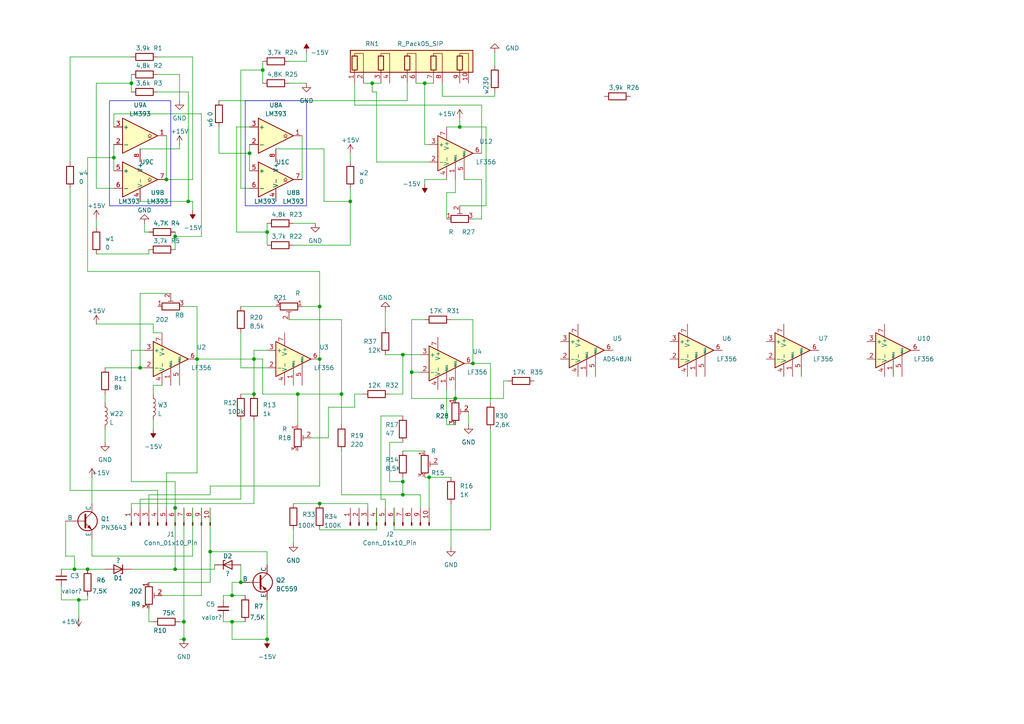
<source format=kicad_sch>
(kicad_sch (version 20230121) (generator eeschema)
  (paper "A4")
  (lib_symbols
    (symbol "Amplifier_Operational:LF356" (pin_names (offset 0.127))
      (property "Reference" "U" (at 0 6.35 0))
      (property "Value" "LF356" (at 0 3.81 0))
      (symbol "LF356_0_1"
        (polyline (pts (xy -5.08 5.08) (xy 5.08 0) (xy -5.08 -5.08) (xy -5.08 5.08)) (stroke (width 0.254)) (fill (type background)))
      )
      (symbol "LF356_1_1"
        (pin input line (at 0 -7.62 90) (length 5.08) (name "NULL") (number "1"))
        (pin input line (at -7.62 -2.54 0) (length 2.54) (name "-") (number "2"))
        (pin input line (at -7.62 2.54 0) (length 2.54) (name "+") (number "3"))
        (pin power_in line (at -2.54 -7.62 90) (length 3.81) (name "V-") (number "4"))
        (pin input line (at 2.54 -7.62 90) (length 6.35) (name "NULL") (number "5"))
        (pin output line (at 7.62 0 180) (length 2.54) (name "~") (number "6"))
        (pin power_in line (at -2.54 7.62 270) (length 3.81) (name "V+") (number "7"))
        (pin no_connect line (at 0 2.54 270) (length 2.54) hide (name "NC") (number "8"))
      )
    )
    (symbol "Comparator:LM393" (pin_names (offset 0.127))
      (property "Reference" "U" (at 3.81 3.81 0))
      (property "Value" "LM393" (at 6.35 -3.81 0))
      (symbol "LM393_1_1"
        (polyline (pts (xy -5.08 5.08) (xy 5.08 0) (xy -5.08 -5.08) (xy -5.08 5.08)) (stroke (width 0.254)) (fill (type background)))
        (polyline (pts (xy 3.302 -0.508) (xy 2.794 -0.508) (xy 3.302 0) (xy 2.794 0.508) (xy 2.286 0) (xy 2.794 -0.508) (xy 2.286 -0.508)) (stroke (width 0.127)))
        (pin open_collector line (at 7.62 0 180) (length 2.54) (name "~") (number "1"))
        (pin input line (at -7.62 -2.54 0) (length 2.54) (name "-") (number "2"))
        (pin input line (at -7.62 2.54 0) (length 2.54) (name "+") (number "3"))
      )
      (symbol "LM393_2_1"
        (polyline (pts (xy -5.08 5.08) (xy 5.08 0) (xy -5.08 -5.08) (xy -5.08 5.08)) (stroke (width 0.254)) (fill (type background)))
        (polyline (pts (xy 3.302 -0.508) (xy 2.794 -0.508) (xy 3.302 0) (xy 2.794 0.508) (xy 2.286 0) (xy 2.794 -0.508) (xy 2.286 -0.508)) (stroke (width 0.127)))
        (pin input line (at -7.62 2.54 0) (length 2.54) (name "+") (number "5"))
        (pin input line (at -7.62 -2.54 0) (length 2.54) (name "-") (number "6"))
        (pin open_collector line (at 7.62 0 180) (length 2.54) (name "~") (number "7"))
      )
      (symbol "LM393_3_1"
        (pin power_in line (at -2.54 -7.62 90) (length 3.81) (name "V-") (number "4"))
        (pin power_in line (at -2.54 7.62 270) (length 3.81) (name "V+") (number "8"))
      )
    )
    (symbol "Connector:Conn_01x10_Pin" (pin_names (offset 1.016) hide)
      (property "Reference" "J" (at 0 12.7 0))
      (property "Value" "Conn_01x10_Pin" (at 0 -15.24 0))
      (symbol "Conn_01x10_Pin_1_1"
        (polyline (pts (xy 1.27 -12.7) (xy 0.8636 -12.7)) (stroke (width 0.1524)))
        (polyline (pts (xy 1.27 -10.16) (xy 0.8636 -10.16)) (stroke (width 0.1524)))
        (polyline (pts (xy 1.27 -7.62) (xy 0.8636 -7.62)) (stroke (width 0.1524)))
        (polyline (pts (xy 1.27 -5.08) (xy 0.8636 -5.08)) (stroke (width 0.1524)))
        (polyline (pts (xy 1.27 -2.54) (xy 0.8636 -2.54)) (stroke (width 0.1524)))
        (polyline (pts (xy 1.27 0) (xy 0.8636 0)) (stroke (width 0.1524)))
        (polyline (pts (xy 1.27 2.54) (xy 0.8636 2.54)) (stroke (width 0.1524)))
        (polyline (pts (xy 1.27 5.08) (xy 0.8636 5.08)) (stroke (width 0.1524)))
        (polyline (pts (xy 1.27 7.62) (xy 0.8636 7.62)) (stroke (width 0.1524)))
        (polyline (pts (xy 1.27 10.16) (xy 0.8636 10.16)) (stroke (width 0.1524)))
        (rectangle (start 0.8636 -12.573) (end 0 -12.827) (stroke (width 0.1524)) (fill (type outline)))
        (rectangle (start 0.8636 -10.033) (end 0 -10.287) (stroke (width 0.1524)) (fill (type outline)))
        (rectangle (start 0.8636 -7.493) (end 0 -7.747) (stroke (width 0.1524)) (fill (type outline)))
        (rectangle (start 0.8636 -4.953) (end 0 -5.207) (stroke (width 0.1524)) (fill (type outline)))
        (rectangle (start 0.8636 -2.413) (end 0 -2.667) (stroke (width 0.1524)) (fill (type outline)))
        (rectangle (start 0.8636 0.127) (end 0 -0.127) (stroke (width 0.1524)) (fill (type outline)))
        (rectangle (start 0.8636 2.667) (end 0 2.413) (stroke (width 0.1524)) (fill (type outline)))
        (rectangle (start 0.8636 5.207) (end 0 4.953) (stroke (width 0.1524)) (fill (type outline)))
        (rectangle (start 0.8636 7.747) (end 0 7.493) (stroke (width 0.1524)) (fill (type outline)))
        (rectangle (start 0.8636 10.287) (end 0 10.033) (stroke (width 0.1524)) (fill (type outline)))
        (pin passive line (at 5.08 10.16 180) (length 3.81) (name "Pin_1") (number "1"))
        (pin passive line (at 5.08 -12.7 180) (length 3.81) (name "Pin_10") (number "10"))
        (pin passive line (at 5.08 7.62 180) (length 3.81) (name "Pin_2") (number "2"))
        (pin passive line (at 5.08 5.08 180) (length 3.81) (name "Pin_3") (number "3"))
        (pin passive line (at 5.08 2.54 180) (length 3.81) (name "Pin_4") (number "4"))
        (pin passive line (at 5.08 0 180) (length 3.81) (name "Pin_5") (number "5"))
        (pin passive line (at 5.08 -2.54 180) (length 3.81) (name "Pin_6") (number "6"))
        (pin passive line (at 5.08 -5.08 180) (length 3.81) (name "Pin_7") (number "7"))
        (pin passive line (at 5.08 -7.62 180) (length 3.81) (name "Pin_8") (number "8"))
        (pin passive line (at 5.08 -10.16 180) (length 3.81) (name "Pin_9") (number "9"))
      )
    )
    (symbol "Device:C_Small" (pin_numbers hide) (pin_names (offset 0.254) hide)
      (property "Reference" "C" (at 0.254 1.778 0))
      (property "Value" "C_Small" (at 0.254 -2.032 0))
      (symbol "C_Small_0_1"
        (polyline (pts (xy -1.524 -0.508) (xy 1.524 -0.508)) (stroke (width 0.3302)))
        (polyline (pts (xy -1.524 0.508) (xy 1.524 0.508)) (stroke (width 0.3048)))
      )
      (symbol "C_Small_1_1"
        (pin passive line (at 0 2.54 270) (length 2.032) (name "~") (number "1"))
        (pin passive line (at 0 -2.54 90) (length 2.032) (name "~") (number "2"))
      )
    )
    (symbol "Device:D_Zener" (pin_numbers hide) (pin_names (offset 1.016) hide)
      (property "Reference" "D" (at 0 2.54 0))
      (property "Value" "D_Zener" (at 0 -2.54 0))
      (symbol "D_Zener_0_1"
        (polyline (pts (xy 1.27 0) (xy -1.27 0)))
        (polyline (pts (xy -1.27 -1.27) (xy -1.27 1.27) (xy -0.762 1.27)) (stroke (width 0.254)))
        (polyline (pts (xy 1.27 -1.27) (xy 1.27 1.27) (xy -1.27 0) (xy 1.27 -1.27)) (stroke (width 0.254)))
      )
      (symbol "D_Zener_1_1"
        (pin passive line (at -3.81 0 0) (length 2.54) (name "K") (number "1"))
        (pin passive line (at 3.81 0 180) (length 2.54) (name "A") (number "2"))
      )
    )
    (symbol "Device:L" (pin_numbers hide) (pin_names (offset 1.016) hide)
      (property "Reference" "L" (at -1.27 0 90))
      (property "Value" "L" (at 1.905 0 90))
      (symbol "L_0_1"
        (arc (start 0 -2.54) (mid 0.6323 -1.905) (end 0 -1.27))
        (arc (start 0 -1.27) (mid 0.6323 -0.635) (end 0 0))
        (arc (start 0 0) (mid 0.6323 0.635) (end 0 1.27))
        (arc (start 0 1.27) (mid 0.6323 1.905) (end 0 2.54))
      )
      (symbol "L_1_1"
        (pin passive line (at 0 3.81 270) (length 1.27) (name "1") (number "1"))
        (pin passive line (at 0 -3.81 90) (length 1.27) (name "2") (number "2"))
      )
    )
    (symbol "Device:R" (pin_numbers hide) (pin_names (offset 0))
      (property "Reference" "R" (at 2.032 0 90))
      (property "Value" "R" (at 0 0 90))
      (symbol "R_0_1"
        (rectangle (start -1.016 -2.54) (end 1.016 2.54) (stroke (width 0.254)))
      )
      (symbol "R_1_1"
        (pin passive line (at 0 3.81 270) (length 1.27) (name "~") (number "1"))
        (pin passive line (at 0 -3.81 90) (length 1.27) (name "~") (number "2"))
      )
    )
    (symbol "Device:R_Pack05_SIP" (pin_names (offset 0) hide)
      (property "Reference" "RN" (at -17.78 0 90))
      (property "Value" "R_Pack05_SIP" (at 20.32 0 90))
      (symbol "R_Pack05_SIP_0_1"
        (rectangle (start -16.51 -1.905) (end 19.05 4.445) (stroke (width 0.254)) (fill (type background)))
        (rectangle (start -16.002 2.794) (end -14.478 -1.27) (stroke (width 0.254)))
        (rectangle (start -8.382 2.794) (end -6.858 -1.27) (stroke (width 0.254)))
        (rectangle (start -0.762 2.794) (end 0.762 -1.27) (stroke (width 0.254)))
        (polyline (pts (xy -15.24 2.794) (xy -15.24 3.556) (xy -12.7 3.556) (xy -12.7 -1.27)))
        (polyline (pts (xy -7.62 2.794) (xy -7.62 3.556) (xy -5.08 3.556) (xy -5.08 -1.27)))
        (polyline (pts (xy 0 2.794) (xy 0 3.556) (xy 2.54 3.556) (xy 2.54 -1.27)))
        (polyline (pts (xy 7.62 2.794) (xy 7.62 3.556) (xy 10.16 3.556) (xy 10.16 -1.27)))
        (polyline (pts (xy 15.24 2.794) (xy 15.24 3.556) (xy 17.78 3.556) (xy 17.78 -1.27)))
        (rectangle (start 6.858 2.794) (end 8.382 -1.27) (stroke (width 0.254)))
        (rectangle (start 14.478 2.794) (end 16.002 -1.27) (stroke (width 0.254)))
      )
      (symbol "R_Pack05_SIP_1_1"
        (pin passive line (at -15.24 -5.08 90) (length 3.81) (name "R1.1") (number "1"))
        (pin passive line (at 17.78 -5.08 90) (length 3.81) (name "R5.2") (number "10"))
        (pin passive line (at -12.7 -5.08 90) (length 3.81) (name "R1.2") (number "2"))
        (pin passive line (at -7.62 -5.08 90) (length 3.81) (name "R2.1") (number "3"))
        (pin passive line (at -5.08 -5.08 90) (length 3.81) (name "R2.2") (number "4"))
        (pin passive line (at 0 -5.08 90) (length 3.81) (name "R3.1") (number "5"))
        (pin passive line (at 2.54 -5.08 90) (length 3.81) (name "R3.2") (number "6"))
        (pin passive line (at 7.62 -5.08 90) (length 3.81) (name "R4.1") (number "7"))
        (pin passive line (at 10.16 -5.08 90) (length 3.81) (name "R4.2") (number "8"))
        (pin passive line (at 15.24 -5.08 90) (length 3.81) (name "R5.1") (number "9"))
      )
    )
    (symbol "Device:R_Potentiometer_Trim" (pin_names (offset 1.016) hide)
      (property "Reference" "RV" (at -4.445 0 90))
      (property "Value" "R_Potentiometer_Trim" (at -2.54 0 90))
      (symbol "R_Potentiometer_Trim_0_1"
        (polyline (pts (xy 1.524 0.762) (xy 1.524 -0.762)))
        (polyline (pts (xy 2.54 0) (xy 1.524 0)))
        (rectangle (start 1.016 2.54) (end -1.016 -2.54) (stroke (width 0.254)))
      )
      (symbol "R_Potentiometer_Trim_1_1"
        (pin passive line (at 0 3.81 270) (length 1.27) (name "1") (number "1"))
        (pin passive line (at 3.81 0 180) (length 1.27) (name "2") (number "2"))
        (pin passive line (at 0 -3.81 90) (length 1.27) (name "3") (number "3"))
      )
    )
    (symbol "Simulation_SPICE:NPN" (pin_numbers hide) (pin_names (offset 0))
      (property "Reference" "Q" (at -2.54 7.62 0))
      (property "Value" "NPN" (at -2.54 5.08 0))
      (symbol "NPN_0_1"
        (polyline (pts (xy -2.54 0) (xy 0.635 0)) (stroke (width 0.1524)))
        (polyline (pts (xy 0.635 0.635) (xy 2.54 2.54)))
        (polyline (pts (xy 2.794 -1.27) (xy 2.794 -1.27)) (stroke (width 0.1524)))
        (polyline (pts (xy 2.794 -1.27) (xy 2.794 -1.27)) (stroke (width 0.1524)))
        (polyline (pts (xy 0.635 -0.635) (xy 2.54 -2.54) (xy 2.54 -2.54)))
        (polyline (pts (xy 0.635 1.905) (xy 0.635 -1.905) (xy 0.635 -1.905)) (stroke (width 0.508)))
        (polyline (pts (xy 1.27 -1.778) (xy 1.778 -1.27) (xy 2.286 -2.286) (xy 1.27 -1.778) (xy 1.27 -1.778)) (fill (type outline)))
        (circle (center 1.27 0) (radius 2.8194) (stroke (width 0.254)))
      )
      (symbol "NPN_1_1"
        (pin open_collector line (at 2.54 5.08 270) (length 2.54) (name "C") (number "1"))
        (pin input line (at -5.08 0 0) (length 2.54) (name "B") (number "2"))
        (pin open_emitter line (at 2.54 -5.08 90) (length 2.54) (name "E") (number "3"))
      )
    )
    (symbol "Simulation_SPICE:PNP" (pin_numbers hide) (pin_names (offset 0))
      (property "Reference" "Q" (at -2.54 7.62 0))
      (property "Value" "PNP" (at -2.54 5.08 0))
      (symbol "PNP_0_1"
        (polyline (pts (xy -2.54 0) (xy 0.635 0)) (stroke (width 0.1524)))
        (polyline (pts (xy 0.635 0.635) (xy 2.54 2.54)))
        (polyline (pts (xy 0.635 -0.635) (xy 2.54 -2.54) (xy 2.54 -2.54)))
        (polyline (pts (xy 0.635 1.905) (xy 0.635 -1.905) (xy 0.635 -1.905)) (stroke (width 0.508)))
        (polyline (pts (xy 2.286 -1.778) (xy 1.778 -2.286) (xy 1.27 -1.27) (xy 2.286 -1.778) (xy 2.286 -1.778)) (fill (type outline)))
        (circle (center 1.27 0) (radius 2.8194) (stroke (width 0.254)))
      )
      (symbol "PNP_1_1"
        (pin open_collector line (at 2.54 5.08 270) (length 2.54) (name "C") (number "1"))
        (pin input line (at -5.08 0 0) (length 2.54) (name "B") (number "2"))
        (pin open_emitter line (at 2.54 -5.08 90) (length 2.54) (name "E") (number "3"))
      )
    )
    (symbol "power:+15V" (power) (pin_names (offset 0))
      (property "Value" "+15V" (at 0 3.556 0))
      (symbol "+15V_0_1"
        (polyline (pts (xy -0.762 1.27) (xy 0 2.54)))
        (polyline (pts (xy 0 0) (xy 0 2.54)))
        (polyline (pts (xy 0 2.54) (xy 0.762 1.27)))
      )
      (symbol "+15V_1_1"
        (pin power_in line (at 0 0 90) (length 0) hide (name "+15V") (number "1"))
      )
    )
    (symbol "power:-15V" (power) (pin_names (offset 0))
      (property "Value" "-15V" (at 0 3.81 0))
      (symbol "-15V_0_0"
        (pin power_in line (at 0 0 90) (length 0) hide (name "-15V") (number "1"))
      )
      (symbol "-15V_0_1"
        (polyline (pts (xy 0 0) (xy 0 1.27) (xy 0.762 1.27) (xy 0 2.54) (xy -0.762 1.27) (xy 0 1.27)) (fill (type outline)))
      )
    )
    (symbol "power:GND" (power) (pin_names (offset 0))
      (property "Value" "GND" (at 0 -3.81 0))
      (symbol "GND_0_1"
        (polyline (pts (xy 0 0) (xy 0 -1.27) (xy 1.27 -1.27) (xy 0 -2.54) (xy -1.27 -1.27) (xy 0 -1.27)))
      )
      (symbol "GND_1_1"
        (pin power_in line (at 0 0 270) (length 0) hide (name "GND") (number "1"))
      )
    )
  )
  (junction (at 133.35 36.83))
  (junction (at 123.19 24.13))
  (junction (at 33.02 45.72))
  (junction (at 57.15 104.14))
  (junction (at 67.31 172.72))
  (junction (at 99.06 114.3))
  (junction (at 60.96 160.02))
  (junction (at 53.34 180.34))
  (junction (at 119.38 107.95))
  (junction (at 22.86 173.99))
  (junction (at 92.71 146.05))
  (junction (at 92.71 104.14))
  (junction (at 92.71 88.9))
  (junction (at 72.39 44.45))
  (junction (at 73.66 114.3))
  (junction (at 124.46 138.43))
  (junction (at 21.59 165.1))
  (junction (at 50.8 68.58))
  (junction (at 67.31 180.34))
  (junction (at 40.64 106.68))
  (junction (at 107.95 24.13))
  (junction (at 101.6 58.42))
  (junction (at 132.08 115.57))
  (junction (at 53.34 185.42))
  (junction (at 76.2 20.32))
  (junction (at 77.47 67.31))
  (junction (at 38.1 24.13))
  (junction (at 50.8 147.32))
  (junction (at 116.84 143.51))
  (junction (at 77.47 185.42))
  (junction (at 86.36 114.3))
  (junction (at 116.84 102.87))
  (junction (at 54.61 58.42))
  (junction (at 137.16 105.41))
  (junction (at 48.26 52.07))
  (junction (at 116.84 139.7))
  (junction (at 50.8 165.1))
  (junction (at 73.66 104.14))
  (junction (at 25.4 165.1))
  (junction (at 69.85 168.91))
  (wire (pts (xy 40.64 43.18) (xy 52.07 43.18)))
  (wire (pts (xy 129.54 55.88) (xy 132.08 55.88)))
  (wire (pts (xy 60.96 168.91) (xy 60.96 160.02)))
  (wire (pts (xy 30.48 114.3) (xy 30.48 116.84)))
  (wire (pts (xy 135.89 119.38) (xy 135.89 123.19)))
  (wire (pts (xy 60.96 140.97) (xy 60.96 143.51)))
  (wire (pts (xy 69.85 121.92) (xy 69.85 144.78)))
  (wire (pts (xy 49.53 85.09) (xy 40.64 85.09)))
  (wire (pts (xy 77.47 67.31) (xy 77.47 71.12)))
  (wire (pts (xy 92.71 104.14) (xy 92.71 140.97)))
  (wire (pts (xy 92.71 78.74) (xy 25.4 78.74)))
  (wire (pts (xy 124.46 41.91) (xy 123.19 41.91)))
  (wire (pts (xy 116.84 102.87) (xy 121.92 102.87)))
  (wire (pts (xy 110.49 144.78) (xy 111.76 144.78)))
  (wire (pts (xy 50.8 165.1) (xy 62.23 165.1)))
  (wire (pts (xy 21.59 161.29) (xy 21.59 165.1)))
  (wire (pts (xy 25.4 45.72) (xy 33.02 45.72)))
  (wire (pts (xy 130.81 146.05) (xy 130.81 158.75)))
  (wire (pts (xy 52.07 21.59) (xy 52.07 29.21)))
  (wire (pts (xy 57.15 137.16) (xy 48.26 137.16)))
  (wire (pts (xy 86.36 114.3) (xy 99.06 114.3)))
  (wire (pts (xy 77.47 160.02) (xy 77.47 163.83)))
  (wire (pts (xy 140.97 59.69) (xy 133.35 59.69)))
  (wire (pts (xy 134.62 52.07) (xy 139.7 52.07)))
  (wire (pts (xy 128.27 27.94) (xy 143.51 27.94)))
  (wire (pts (xy 69.85 114.3) (xy 73.66 114.3)))
  (wire (pts (xy 99.06 130.81) (xy 99.06 143.51)))
  (wire (pts (xy 76.2 114.3) (xy 76.2 104.14)))
  (wire (pts (xy 119.38 107.95) (xy 121.92 107.95)))
  (wire (pts (xy 140.97 36.83) (xy 140.97 59.69)))
  (wire (pts (xy 129.54 63.5) (xy 129.54 55.88)))
  (wire (pts (xy 85.09 71.12) (xy 101.6 71.12)))
  (wire (pts (xy 58.42 147.32) (xy 58.42 172.72)))
  (wire (pts (xy 30.48 124.46) (xy 30.48 128.27)))
  (wire (pts (xy 33.02 36.83) (xy 33.02 33.02)))
  (wire (pts (xy 72.39 44.45) (xy 72.39 49.53)))
  (wire (pts (xy 128.27 24.13) (xy 128.27 27.94)))
  (wire (pts (xy 113.03 114.3) (xy 116.84 114.3)))
  (wire (pts (xy 116.84 143.51) (xy 121.92 143.51)))
  (wire (pts (xy 93.98 43.18) (xy 93.98 58.42)))
  (wire (pts (xy 80.01 43.18) (xy 93.98 43.18)))
  (wire (pts (xy 92.71 88.9) (xy 92.71 78.74)))
  (wire (pts (xy 52.07 180.34) (xy 53.34 180.34)))
  (wire (pts (xy 22.86 173.99) (xy 22.86 179.07)))
  (wire (pts (xy 116.84 128.27) (xy 113.03 128.27)))
  (wire (pts (xy 111.76 90.17) (xy 111.76 95.25)))
  (wire (pts (xy 72.39 54.61) (xy 69.85 54.61)))
  (wire (pts (xy 69.85 54.61) (xy 69.85 20.32)))
  (wire (pts (xy 67.31 185.42) (xy 77.47 185.42)))
  (wire (pts (xy 48.26 137.16) (xy 48.26 147.32)))
  (wire (pts (xy 68.58 67.31) (xy 77.47 67.31)))
  (wire (pts (xy 46.99 111.76) (xy 44.45 111.76)))
  (wire (pts (xy 68.58 36.83) (xy 68.58 67.31)))
  (wire (pts (xy 43.18 143.51) (xy 43.18 147.32)))
  (wire (pts (xy 73.66 104.14) (xy 73.66 101.6)))
  (wire (pts (xy 69.85 144.78) (xy 40.64 144.78)))
  (wire (pts (xy 130.81 92.71) (xy 137.16 92.71)))
  (wire (pts (xy 72.39 41.91) (xy 72.39 44.45)))
  (wire (pts (xy 123.19 24.13) (xy 123.19 41.91)))
  (wire (pts (xy 92.71 140.97) (xy 60.96 140.97)))
  (wire (pts (xy 73.66 101.6) (xy 77.47 101.6)))
  (wire (pts (xy 48.26 39.37) (xy 48.26 52.07)))
  (wire (pts (xy 139.7 30.48) (xy 139.7 44.45)))
  (wire (pts (xy 142.24 105.41) (xy 142.24 116.84)))
  (wire (pts (xy 85.09 153.67) (xy 85.09 157.48)))
  (wire (pts (xy 102.87 114.3) (xy 105.41 114.3)))
  (wire (pts (xy 109.22 153.67) (xy 109.22 147.32)))
  (wire (pts (xy 118.11 24.13) (xy 118.11 29.21)))
  (wire (pts (xy 44.45 121.92) (xy 44.45 124.46)))
  (wire (pts (xy 38.1 146.05) (xy 38.1 147.32)))
  (wire (pts (xy 20.32 142.24) (xy 45.72 142.24)))
  (wire (pts (xy 119.38 107.95) (xy 119.38 115.57)))
  (wire (pts (xy 109.22 26.67) (xy 107.95 26.67)))
  (wire (pts (xy 93.98 58.42) (xy 101.6 58.42)))
  (wire (pts (xy 85.09 146.05) (xy 92.71 146.05)))
  (wire (pts (xy 17.78 165.1) (xy 21.59 165.1)))
  (wire (pts (xy 43.18 73.66) (xy 43.18 72.39)))
  (wire (pts (xy 30.48 106.68) (xy 40.64 106.68)))
  (wire (pts (xy 50.8 139.7) (xy 50.8 147.32)))
  (wire (pts (xy 73.66 121.92) (xy 73.66 146.05)))
  (wire (pts (xy 67.31 172.72) (xy 71.12 172.72)))
  (wire (pts (xy 132.08 55.88) (xy 132.08 52.07)))
  (wire (pts (xy 119.38 115.57) (xy 132.08 115.57)))
  (wire (pts (xy 132.08 115.57) (xy 146.05 115.57)))
  (wire (pts (xy 87.63 88.9) (xy 92.71 88.9)))
  (wire (pts (xy 44.45 111.76) (xy 44.45 114.3)))
  (wire (pts (xy 26.67 156.21) (xy 26.67 161.29)))
  (wire (pts (xy 67.31 180.34) (xy 67.31 185.42)))
  (wire (pts (xy 21.59 165.1) (xy 25.4 165.1)))
  (wire (pts (xy 41.91 101.6) (xy 38.1 101.6)))
  (wire (pts (xy 111.76 144.78) (xy 111.76 147.32)))
  (wire (pts (xy 95.25 118.11) (xy 102.87 118.11)))
  (wire (pts (xy 45.72 21.59) (xy 52.07 21.59)))
  (wire (pts (xy 54.61 26.67) (xy 54.61 58.42)))
  (wire (pts (xy 69.85 106.68) (xy 77.47 106.68)))
  (wire (pts (xy 116.84 130.81) (xy 123.19 130.81)))
  (wire (pts (xy 129.54 36.83) (xy 133.35 36.83)))
  (wire (pts (xy 27.94 73.66) (xy 43.18 73.66)))
  (wire (pts (xy 73.66 146.05) (xy 38.1 146.05)))
  (wire (pts (xy 38.1 21.59) (xy 38.1 24.13)))
  (wire (pts (xy 67.31 180.34) (xy 71.12 180.34)))
  (wire (pts (xy 120.65 24.13) (xy 123.19 24.13)))
  (wire (pts (xy 22.86 173.99) (xy 25.4 173.99)))
  (wire (pts (xy 45.72 142.24) (xy 45.72 147.32)))
  (wire (pts (xy 88.9 15.24) (xy 88.9 17.78)))
  (wire (pts (xy 27.94 54.61) (xy 33.02 54.61)))
  (wire (pts (xy 69.85 163.83) (xy 69.85 168.91)))
  (wire (pts (xy 43.18 168.91) (xy 60.96 168.91)))
  (wire (pts (xy 25.4 165.1) (xy 30.48 165.1)))
  (wire (pts (xy 64.77 179.07) (xy 64.77 180.34)))
  (wire (pts (xy 25.4 78.74) (xy 25.4 45.72)))
  (wire (pts (xy 123.19 92.71) (xy 119.38 92.71)))
  (wire (pts (xy 123.19 138.43) (xy 124.46 138.43)))
  (wire (pts (xy 41.91 67.31) (xy 43.18 67.31)))
  (wire (pts (xy 116.84 138.43) (xy 116.84 139.7)))
  (wire (pts (xy 38.1 101.6) (xy 38.1 139.7)))
  (wire (pts (xy 133.35 34.29) (xy 133.35 36.83)))
  (wire (pts (xy 52.07 43.18) (xy 52.07 41.91)))
  (wire (pts (xy 41.91 64.77) (xy 41.91 67.31)))
  (wire (pts (xy 60.96 160.02) (xy 77.47 160.02)))
  (wire (pts (xy 72.39 44.45) (xy 63.5 44.45)))
  (wire (pts (xy 69.85 168.91) (xy 71.12 168.91)))
  (wire (pts (xy 40.64 58.42) (xy 54.61 58.42)))
  (wire (pts (xy 76.2 17.78) (xy 76.2 20.32)))
  (wire (pts (xy 77.47 173.99) (xy 77.47 185.42)))
  (wire (pts (xy 20.32 54.61) (xy 20.32 142.24)))
  (wire (pts (xy 101.6 58.42) (xy 101.6 71.12)))
  (wire (pts (xy 69.85 20.32) (xy 76.2 20.32)))
  (wire (pts (xy 109.22 46.99) (xy 124.46 46.99)))
  (wire (pts (xy 102.87 24.13) (xy 102.87 30.48)))
  (wire (pts (xy 38.1 165.1) (xy 50.8 165.1)))
  (wire (pts (xy 86.36 114.3) (xy 76.2 114.3)))
  (wire (pts (xy 46.99 172.72) (xy 58.42 172.72)))
  (wire (pts (xy 55.88 52.07) (xy 48.26 52.07)))
  (wire (pts (xy 101.6 44.45) (xy 101.6 46.99)))
  (wire (pts (xy 26.67 161.29) (xy 55.88 161.29)))
  (wire (pts (xy 19.05 161.29) (xy 21.59 161.29)))
  (wire (pts (xy 40.64 144.78) (xy 40.64 147.32)))
  (wire (pts (xy 129.54 113.03) (xy 129.54 123.19)))
  (wire (pts (xy 38.1 24.13) (xy 27.94 24.13)))
  (wire (pts (xy 106.68 147.32) (xy 106.68 146.05)))
  (wire (pts (xy 62.23 163.83) (xy 62.23 165.1)))
  (wire (pts (xy 95.25 127) (xy 95.25 118.11)))
  (wire (pts (xy 92.71 88.9) (xy 92.71 104.14)))
  (wire (pts (xy 90.17 127) (xy 95.25 127)))
  (wire (pts (xy 92.71 153.67) (xy 109.22 153.67)))
  (wire (pts (xy 43.18 180.34) (xy 44.45 180.34)))
  (wire (pts (xy 107.95 24.13) (xy 110.49 24.13)))
  (wire (pts (xy 110.49 120.65) (xy 110.49 144.78)))
  (wire (pts (xy 17.78 173.99) (xy 22.86 173.99)))
  (wire (pts (xy 44.45 93.98) (xy 44.45 96.52)))
  (wire (pts (xy 76.2 20.32) (xy 76.2 24.13)))
  (wire (pts (xy 76.2 104.14) (xy 73.66 104.14)))
  (wire (pts (xy 33.02 45.72) (xy 33.02 49.53)))
  (wire (pts (xy 50.8 147.32) (xy 50.8 165.1)))
  (wire (pts (xy 69.85 96.52) (xy 69.85 106.68)))
  (wire (pts (xy 27.94 93.98) (xy 44.45 93.98)))
  (wire (pts (xy 57.15 104.14) (xy 73.66 104.14)))
  (wire (pts (xy 129.54 52.07) (xy 123.19 52.07)))
  (wire (pts (xy 50.8 68.58) (xy 50.8 72.39)))
  (wire (pts (xy 101.6 54.61) (xy 101.6 58.42)))
  (wire (pts (xy 107.95 24.13) (xy 107.95 26.67)))
  (wire (pts (xy 111.76 102.87) (xy 116.84 102.87)))
  (wire (pts (xy 64.77 172.72) (xy 67.31 172.72)))
  (wire (pts (xy 85.09 64.77) (xy 91.44 64.77)))
  (wire (pts (xy 114.3 147.32) (xy 114.3 153.67)))
  (wire (pts (xy 64.77 180.34) (xy 67.31 180.34)))
  (wire (pts (xy 33.02 41.91) (xy 33.02 45.72)))
  (wire (pts (xy 73.66 104.14) (xy 73.66 114.3)))
  (wire (pts (xy 27.94 63.5) (xy 27.94 66.04)))
  (wire (pts (xy 63.5 36.83) (xy 63.5 44.45)))
  (wire (pts (xy 58.42 68.58) (xy 50.8 68.58)))
  (wire (pts (xy 139.7 63.5) (xy 137.16 63.5)))
  (wire (pts (xy 129.54 123.19) (xy 132.08 123.19)))
  (wire (pts (xy 137.16 105.41) (xy 142.24 105.41)))
  (wire (pts (xy 133.35 36.83) (xy 140.97 36.83)))
  (wire (pts (xy 67.31 168.91) (xy 67.31 172.72)))
  (wire (pts (xy 137.16 92.71) (xy 137.16 105.41)))
  (wire (pts (xy 45.72 26.67) (xy 54.61 26.67)))
  (wire (pts (xy 53.34 180.34) (xy 53.34 185.42)))
  (wire (pts (xy 77.47 64.77) (xy 77.47 67.31)))
  (wire (pts (xy 143.51 26.67) (xy 143.51 27.94)))
  (wire (pts (xy 142.24 153.67) (xy 114.3 153.67)))
  (wire (pts (xy 83.82 24.13) (xy 88.9 24.13)))
  (wire (pts (xy 20.32 46.99) (xy 20.32 16.51)))
  (wire (pts (xy 63.5 29.21) (xy 118.11 29.21)))
  (wire (pts (xy 58.42 33.02) (xy 58.42 68.58)))
  (wire (pts (xy 53.34 88.9) (xy 57.15 88.9)))
  (wire (pts (xy 50.8 67.31) (xy 50.8 68.58)))
  (wire (pts (xy 25.4 173.99) (xy 25.4 172.72)))
  (wire (pts (xy 123.19 24.13) (xy 125.73 24.13)))
  (wire (pts (xy 99.06 92.71) (xy 99.06 114.3)))
  (wire (pts (xy 20.32 16.51) (xy 38.1 16.51)))
  (wire (pts (xy 83.82 17.78) (xy 88.9 17.78)))
  (wire (pts (xy 121.92 143.51) (xy 121.92 147.32)))
  (wire (pts (xy 116.84 139.7) (xy 116.84 143.51)))
  (wire (pts (xy 60.96 143.51) (xy 43.18 143.51)))
  (wire (pts (xy 53.34 147.32) (xy 53.34 180.34)))
  (wire (pts (xy 69.85 88.9) (xy 80.01 88.9)))
  (wire (pts (xy 40.64 106.68) (xy 41.91 106.68)))
  (wire (pts (xy 92.71 146.05) (xy 106.68 146.05)))
  (wire (pts (xy 83.82 92.71) (xy 99.06 92.71)))
  (wire (pts (xy 109.22 46.99) (xy 109.22 26.67)))
  (wire (pts (xy 130.81 138.43) (xy 124.46 138.43)))
  (wire (pts (xy 99.06 114.3) (xy 99.06 123.19)))
  (wire (pts (xy 123.19 52.07) (xy 123.19 53.34)))
  (wire (pts (xy 113.03 139.7) (xy 116.84 139.7)))
  (wire (pts (xy 113.03 128.27) (xy 113.03 139.7)))
  (wire (pts (xy 17.78 170.18) (xy 17.78 173.99)))
  (wire (pts (xy 72.39 36.83) (xy 68.58 36.83)))
  (wire (pts (xy 55.88 16.51) (xy 55.88 52.07)))
  (wire (pts (xy 45.72 16.51) (xy 55.88 16.51)))
  (wire (pts (xy 86.36 123.19) (xy 86.36 114.3)))
  (wire (pts (xy 116.84 120.65) (xy 110.49 120.65)))
  (wire (pts (xy 132.08 113.03) (xy 132.08 115.57)))
  (wire (pts (xy 26.67 138.43) (xy 26.67 146.05)))
  (wire (pts (xy 38.1 139.7) (xy 50.8 139.7)))
  (wire (pts (xy 55.88 161.29) (xy 55.88 147.32)))
  (wire (pts (xy 40.64 85.09) (xy 40.64 106.68)))
  (wire (pts (xy 142.24 124.46) (xy 142.24 153.67)))
  (wire (pts (xy 119.38 92.71) (xy 119.38 107.95)))
  (wire (pts (xy 102.87 118.11) (xy 102.87 114.3)))
  (wire (pts (xy 43.18 176.53) (xy 43.18 180.34)))
  (wire (pts (xy 124.46 138.43) (xy 124.46 147.32)))
  (wire (pts (xy 54.61 58.42) (xy 55.88 58.42)))
  (wire (pts (xy 53.34 185.42) (xy 52.07 185.42)))
  (wire (pts (xy 60.96 160.02) (xy 60.96 147.32)))
  (wire (pts (xy 116.84 114.3) (xy 116.84 102.87)))
  (wire (pts (xy 67.31 168.91) (xy 69.85 168.91)))
  (wire (pts (xy 146.05 115.57) (xy 146.05 110.49)))
  (wire (pts (xy 57.15 88.9) (xy 57.15 104.14)))
  (wire (pts (xy 44.45 96.52) (xy 46.99 96.52)))
  (wire (pts (xy 19.05 151.13) (xy 19.05 161.29)))
  (wire (pts (xy 99.06 143.51) (xy 116.84 143.51)))
  (wire (pts (xy 57.15 104.14) (xy 57.15 137.16)))
  (wire (pts (xy 139.7 52.07) (xy 139.7 63.5)))
  (wire (pts (xy 33.02 33.02) (xy 58.42 33.02)))
  (wire (pts (xy 102.87 30.48) (xy 139.7 30.48)))
  (wire (pts (xy 55.88 58.42) (xy 55.88 60.96)))
  (wire (pts (xy 146.05 110.49) (xy 147.32 110.49)))
  (wire (pts (xy 143.51 15.24) (xy 143.51 19.05)))
  (wire (pts (xy 38.1 24.13) (xy 38.1 26.67)))
  (wire (pts (xy 27.94 24.13) (xy 27.94 54.61)))
  (wire (pts (xy 64.77 173.99) (xy 64.77 172.72)))
  (wire (pts (xy 87.63 39.37) (xy 87.63 52.07)))
  (wire (pts (xy 105.41 24.13) (xy 107.95 24.13)))
  (rectangle (start 31.75 29.21) (end 49.53 59.69))
  (rectangle (start 71.12 29.21) (end 88.9 59.69))
  (symbol (lib_id "Amplifier_Operational:LF356") (at 129.54 105.41 0) (unit 1)
    (property "Reference" "U4" (at 138.43 101.9811 0))
    (property "Value" "LF356" (at 138.43 107.95 0))
    (property "Datasheet" "http://www.ti.com/lit/ds/symlink/lf357.pdf" (effects hide))
  )
  (symbol (lib_id "Device:R_Potentiometer_Trim") (at 83.82 88.9 270) (unit 1)
    (property "Reference" "R21" (at 81.28 86.36 90))
    (property "Value" "R" (at 86.36 85.09 90))
  )
  (symbol (lib_id "Comparator:LM393") (at 40.64 52.07 0) (unit 2)
    (property "Reference" "U9" (at 45.72 55.88 0))
    (property "Value" "LM393" (at 45.72 58.42 0))
    (property "Datasheet" "http://www.ti.com/lit/ds/symlink/lm393.pdf" (effects hide))
  )
  (symbol (lib_id "Device:R") (at 69.85 118.11 180) (unit 1)
    (property "Reference" "R12" (at 64.77 116.84 0) (effects (justify right)))
    (property "Value" "100k" (at 66.04 119.38 0) (effects (justify right)))
  )
  (symbol (lib_id "power:GND") (at 41.91 64.77 180) (unit 1)
    (property "Reference" "#PWR013" (effects hide))
    (property "Value" "GND" (at 41.91 60.96 0))
  )
  (symbol (lib_id "Device:R_Potentiometer_Trim") (at 49.53 88.9 90) (unit 1)
    (property "Reference" "R8" (at 52.07 91.44 90))
    (property "Value" "202" (at 46.99 92.71 90))
  )
  (symbol (lib_id "Device:R") (at 85.09 149.86 180) (unit 1)
    (property "Reference" "R33" (at 87.63 149.225 0) (effects (justify right)))
    (property "Value" "100K" (at 86.36 152.4 0) (effects (justify right)))
  )
  (symbol (lib_id "Device:R") (at 179.07 27.94 90) (unit 1)
    (property "Reference" "R26" (at 181.61 25.4 90) (effects (justify right)))
    (property "Value" "3,9k" (at 176.53 25.4 90) (effects (justify right)))
  )
  (symbol (lib_id "Device:R") (at 99.06 127 180) (unit 1)
    (property "Reference" "R19" (at 101.6 126.365 0) (effects (justify right)))
    (property "Value" "220" (at 101.6 128.905 0) (effects (justify right)))
  )
  (symbol (lib_id "Device:R") (at 81.28 64.77 90) (unit 1)
    (property "Reference" "R23" (at 83.82 62.23 90) (effects (justify right)))
    (property "Value" "4,8k" (at 78.74 62.23 90) (effects (justify right)))
  )
  (symbol (lib_id "Device:R") (at 46.99 72.39 90) (unit 1)
    (property "Reference" "R5" (at 49.53 69.85 90) (effects (justify right)))
    (property "Value" "3,7k" (at 44.45 69.85 90) (effects (justify right)))
  )
  (symbol (lib_id "Device:R") (at 116.84 124.46 180) (unit 1)
    (property "Reference" "R17" (at 111.76 123.19 0) (effects (justify right)))
    (property "Value" "47" (at 111.76 125.73 0) (effects (justify right)))
  )
  (symbol (lib_id "Connector:Conn_01x10_Pin") (at 48.26 152.4 90) (unit 1)
    (property "Reference" "J1" (at 49.53 154.94 90))
    (property "Value" "Conn_01x10_Pin" (at 49.53 157.48 90))
  )
  (symbol (lib_id "Comparator:LM393") (at 80.01 52.07 0) (unit 2)
    (property "Reference" "U8" (at 85.09 55.88 0))
    (property "Value" "LM393" (at 85.09 58.42 0))
    (property "Datasheet" "http://www.ti.com/lit/ds/symlink/lm393.pdf" (effects hide))
  )
  (symbol (lib_id "Device:R_Potentiometer_Trim") (at 86.36 127 0) (unit 1)
    (property "Reference" "R18" (at 82.55 127 0))
    (property "Value" "R" (at 82.55 124.46 0))
  )
  (symbol (lib_id "Comparator:LM393") (at 80.01 39.37 0) (unit 1)
    (property "Reference" "U8" (at 80.01 30.48 0))
    (property "Value" "LM393" (at 80.01 33.02 0))
    (property "Datasheet" "http://www.ti.com/lit/ds/symlink/lm393.pdf" (effects hide))
  )
  (symbol (lib_id "Device:C_Small") (at 64.77 176.53 0) (unit 1)
    (property "Reference" "C5" (at 59.69 175.26 0) (effects (justify left)))
    (property "Value" "valor?" (at 58.42 179.07 0) (effects (justify left)))
  )
  (symbol (lib_id "power:+15V") (at 27.94 63.5 0) (unit 1)
    (property "Reference" "#PWR014" (effects hide))
    (property "Value" "+15V" (at 27.94 59.69 0))
  )
  (symbol (lib_id "power:GND") (at 135.89 123.19 0) (unit 1)
    (property "Reference" "#PWR06" (effects hide))
    (property "Value" "GND" (at 135.89 128.27 0))
  )
  (symbol (lib_id "Device:R_Potentiometer_Trim") (at 132.08 119.38 0) (unit 1)
    (property "Reference" "R28" (at 128.27 120.65 0))
    (property "Value" "R" (at 128.27 118.11 0))
  )
  (symbol (lib_id "Device:R") (at 143.51 22.86 180) (unit 1)
    (property "Reference" "w23" (at 140.97 25.4 90))
    (property "Value" "0" (at 140.97 22.86 90))
  )
  (symbol (lib_id "power:GND") (at 130.81 158.75 0) (unit 1)
    (property "Reference" "#PWR05" (effects hide))
    (property "Value" "GND" (at 130.81 163.83 0))
  )
  (symbol (lib_id "Device:R_Potentiometer_Trim") (at 123.19 134.62 0) (unit 1)
    (property "Reference" "R15" (at 127 137.16 0))
    (property "Value" "R" (at 125.73 130.81 0))
  )
  (symbol (lib_id "Connector:Conn_01x10_Pin") (at 111.76 152.4 90) (unit 1)
    (property "Reference" "J2" (at 113.03 154.94 90))
    (property "Value" "Conn_01x10_Pin" (at 113.03 157.48 90))
  )
  (symbol (lib_id "power:+15V") (at 101.6 44.45 0) (unit 1)
    (property "Reference" "#PWR017" (effects hide))
    (property "Value" "+15V" (at 101.6 40.64 0))
  )
  (symbol (lib_id "Device:R") (at 81.28 71.12 90) (unit 1)
    (property "Reference" "R22" (at 83.82 68.58 90) (effects (justify right)))
    (property "Value" "3,7k" (at 78.74 68.58 90) (effects (justify right)))
  )
  (symbol (lib_id "Device:R") (at 127 92.71 90) (unit 1)
    (property "Reference" "R31" (at 129.54 90.17 90) (effects (justify right)))
    (property "Value" "17K" (at 124.46 90.17 90) (effects (justify right)))
  )
  (symbol (lib_id "power:+15V") (at 22.86 179.07 180) (unit 1)
    (property "Reference" "#PWR010" (effects hide))
    (property "Value" "+15V" (at 20.32 180.34 0))
  )
  (symbol (lib_id "power:GND") (at 111.76 90.17 180) (unit 1)
    (property "Reference" "#PWR08" (effects hide))
    (property "Value" "GND" (at 111.76 86.36 0))
  )
  (symbol (lib_id "Device:R") (at 20.32 50.8 0) (unit 1)
    (property "Reference" "w4" (at 22.86 50.165 0) (effects (justify left)))
    (property "Value" "0" (at 22.86 52.705 0) (effects (justify left)))
  )
  (symbol (lib_id "Device:R") (at 63.5 33.02 180) (unit 1)
    (property "Reference" "w6" (at 60.96 35.56 90))
    (property "Value" "0" (at 60.96 33.02 90))
  )
  (symbol (lib_id "Amplifier_Operational:LF356") (at 170.18 101.6 0) (unit 1)
    (property "Reference" "U5" (at 179.07 98.1711 0))
    (property "Value" "AD548JN" (at 179.07 104.14 0))
    (property "Datasheet" "http://www.ti.com/lit/ds/symlink/lf357.pdf" (effects hide))
  )
  (symbol (lib_id "Amplifier_Operational:LF356") (at 259.08 101.6 0) (unit 1)
    (property "Reference" "U10" (at 267.97 98.1711 0))
    (property "Value" "LF356" (at 267.97 104.14 0))
    (property "Datasheet" "http://www.ti.com/lit/ds/symlink/lf357.pdf" (effects hide))
  )
  (symbol (lib_id "Amplifier_Operational:LF356") (at 85.09 104.14 0) (unit 1)
    (property "Reference" "U3" (at 93.98 100.7111 0))
    (property "Value" "LF356" (at 93.98 106.68 0))
    (property "Datasheet" "http://www.ti.com/lit/ds/symlink/lf357.pdf" (effects hide))
  )
  (symbol (lib_id "Device:R") (at 69.85 92.71 180) (unit 1)
    (property "Reference" "R20" (at 72.39 92.075 0) (effects (justify right)))
    (property "Value" "8,5k" (at 72.39 94.615 0) (effects (justify right)))
  )
  (symbol (lib_id "power:-15V") (at 77.47 185.42 180) (unit 1)
    (property "Reference" "#PWR011" (effects hide))
    (property "Value" "-15V" (at 77.47 190.5 0))
  )
  (symbol (lib_id "Comparator:LM393") (at 82.55 50.8 0) (unit 3)
    (property "Reference" "U1" (at 80.01 46.99 0) (effects (justify left)))
    (property "Value" "LM393" (at 73.66 58.42 0) (effects (justify left)))
    (property "Datasheet" "http://www.ti.com/lit/ds/symlink/lm393.pdf" (effects hide))
  )
  (symbol (lib_id "Device:R") (at 111.76 99.06 180) (unit 1)
    (property "Reference" "R37" (at 105.41 99.06 0) (effects (justify right)))
    (property "Value" "12K" (at 106.68 101.6 0) (effects (justify right)))
  )
  (symbol (lib_id "power:GND") (at 30.48 128.27 0) (unit 1)
    (property "Reference" "#PWR01" (effects hide))
    (property "Value" "GND" (at 30.48 133.35 0))
  )
  (symbol (lib_id "Simulation_SPICE:NPN") (at 24.13 151.13 0) (unit 1)
    (property "Reference" "Q1" (at 29.21 150.495 0) (effects (justify left)))
    (property "Value" "PN3643" (at 29.21 153.035 0) (effects (justify left)))
    (property "Sim.Device" "NPN" (effects hide))
    (property "Sim.Type" "GUMMELPOON" (effects hide))
    (property "Sim.Pins" "1=C 2=B 3=E" (effects hide))
  )
  (symbol (lib_id "Device:R") (at 71.12 176.53 180) (unit 1)
    (property "Reference" "R7" (at 73.66 175.895 0) (effects (justify right)))
    (property "Value" "7,5K" (at 72.39 179.07 0) (effects (justify right)))
  )
  (symbol (lib_id "Device:R") (at 41.91 16.51 90) (unit 1)
    (property "Reference" "R1" (at 44.45 13.97 90) (effects (justify right)))
    (property "Value" "3,9k" (at 39.37 13.97 90) (effects (justify right)))
  )
  (symbol (lib_id "Device:R") (at 41.91 26.67 90) (unit 1)
    (property "Reference" "R3" (at 44.45 24.13 90) (effects (justify right)))
    (property "Value" "3,6k" (at 39.37 24.13 90) (effects (justify right)))
  )
  (symbol (lib_id "Device:R_Potentiometer_Trim") (at 133.35 63.5 90) (unit 1)
    (property "Reference" "R27" (at 135.89 67.31 90))
    (property "Value" "R" (at 130.81 67.31 90))
  )
  (symbol (lib_id "Device:R_Pack05_SIP") (at 118.11 19.05 0) (unit 1)
    (property "Reference" "RN1" (at 107.95 12.7 0))
    (property "Value" "R_Pack05_SIP" (at 121.92 12.7 0))
    (property "Footprint" "Resistor_THT:R_Array_SIP10" (effects hide))
    (property "Datasheet" "http://www.vishay.com/docs/31509/csc.pdf" (effects hide))
  )
  (symbol (lib_id "Device:D_Zener") (at 66.04 163.83 0) (unit 1)
    (property "Reference" "D2" (at 66.04 161.29 0))
    (property "Value" "?" (at 66.04 166.37 0))
  )
  (symbol (lib_id "Device:D_Zener") (at 34.29 165.1 180) (unit 1)
    (property "Reference" "D1" (at 34.29 167.64 0))
    (property "Value" "?" (at 34.29 162.56 0))
  )
  (symbol (lib_id "Device:R") (at 30.48 110.49 180) (unit 1)
    (property "Reference" "R11" (at 33.02 109.855 0) (effects (justify right)))
    (property "Value" "8k" (at 33.02 112.395 0) (effects (justify right)))
  )
  (symbol (lib_id "power:GND") (at 143.51 15.24 180) (unit 1)
    (property "Reference" "#PWR021" (effects hide))
    (property "Value" "GND" (at 148.59 13.97 0))
  )
  (symbol (lib_id "Device:R") (at 80.01 17.78 90) (unit 1)
    (property "Reference" "R24" (at 82.55 15.24 90) (effects (justify right)))
    (property "Value" "3,7k" (at 77.47 15.24 90) (effects (justify right)))
  )
  (symbol (lib_id "power:+15V") (at 27.94 93.98 0) (unit 1)
    (property "Reference" "#PWR02" (effects hide))
    (property "Value" "+15V" (at 27.94 90.17 0))
  )
  (symbol (lib_id "Device:R") (at 130.81 142.24 180) (unit 1)
    (property "Reference" "R16" (at 133.35 140.97 0) (effects (justify right)))
    (property "Value" "1K" (at 133.35 143.51 0) (effects (justify right)))
  )
  (symbol (lib_id "Device:R") (at 109.22 114.3 90) (unit 1)
    (property "Reference" "R32" (at 111.76 111.76 90) (effects (justify right)))
    (property "Value" "12K" (at 106.68 111.76 90) (effects (justify right)))
  )
  (symbol (lib_id "Device:C_Small") (at 17.78 167.64 0) (unit 1)
    (property "Reference" "C3" (at 20.32 167.0113 0) (effects (justify left)))
    (property "Value" "valor?" (at 17.78 171.45 0) (effects (justify left)))
  )
  (symbol (lib_id "Device:R") (at 41.91 21.59 90) (unit 1)
    (property "Reference" "R2" (at 44.45 19.05 90) (effects (justify right)))
    (property "Value" "4,8k" (at 39.37 19.05 90) (effects (justify right)))
  )
  (symbol (lib_id "Amplifier_Operational:LF356") (at 229.87 101.6 0) (unit 1)
    (property "Reference" "U7" (at 238.76 98.1711 0))
    (property "Value" "LF356" (at 238.76 104.14 0))
    (property "Datasheet" "http://www.ti.com/lit/ds/symlink/lf357.pdf" (effects hide))
  )
  (symbol (lib_id "power:+15V") (at 133.35 34.29 0) (unit 1)
    (property "Reference" "#PWR022" (effects hide))
    (property "Value" "+15V" (at 129.54 33.02 0))
  )
  (symbol (lib_id "Device:R") (at 92.71 149.86 0) (unit 1)
    (property "Reference" "R34" (at 93.98 149.86 0) (effects (justify left)))
    (property "Value" "100K" (at 93.98 152.4 0) (effects (justify left)))
  )
  (symbol (lib_id "Amplifier_Operational:LF356") (at 132.08 44.45 0) (unit 1)
    (property "Reference" "U12" (at 140.97 41.0211 0))
    (property "Value" "LF356" (at 140.97 46.99 0))
    (property "Datasheet" "http://www.ti.com/lit/ds/symlink/lf357.pdf" (effects hide))
  )
  (symbol (lib_id "power:-15V") (at 44.45 124.46 180) (unit 1)
    (property "Reference" "#PWR04" (effects hide))
    (property "Value" "-15V" (at 44.45 129.54 0))
  )
  (symbol (lib_id "power:GND") (at 85.09 157.48 0) (unit 1)
    (property "Reference" "#PWR07" (effects hide))
    (property "Value" "GND" (at 85.09 162.56 0))
  )
  (symbol (lib_id "power:-15V") (at 88.9 15.24 0) (unit 1)
    (property "Reference" "#PWR020" (effects hide))
    (property "Value" "-15V" (at 92.71 15.24 0))
  )
  (symbol (lib_id "power:-15V") (at 55.88 60.96 180) (unit 1)
    (property "Reference" "#PWR015" (effects hide))
    (property "Value" "-15V" (at 55.88 66.04 0))
  )
  (symbol (lib_id "Device:R") (at 80.01 24.13 90) (unit 1)
    (property "Reference" "R25" (at 82.55 21.59 90) (effects (justify right)))
    (property "Value" "4,8K" (at 77.47 21.59 90) (effects (justify right)))
  )
  (symbol (lib_id "Device:R") (at 116.84 134.62 180) (unit 1)
    (property "Reference" "R14" (at 111.76 133.35 0) (effects (justify right)))
    (property "Value" "8,5K" (at 111.76 135.89 0) (effects (justify right)))
  )
  (symbol (lib_id "power:+15V") (at 26.67 138.43 0) (unit 1)
    (property "Reference" "#PWR09" (effects hide))
    (property "Value" "+15V" (at 29.21 137.16 0))
  )
  (symbol (lib_id "Device:R") (at 73.66 118.11 180) (unit 1)
    (property "Reference" "R13" (at 76.2 117.475 0) (effects (justify right)))
    (property "Value" "1k" (at 76.2 120.015 0) (effects (justify right)))
  )
  (symbol (lib_id "Device:R") (at 25.4 168.91 180) (unit 1)
    (property "Reference" "R6" (at 27.94 168.275 0) (effects (justify right)))
    (property "Value" "7,5K" (at 26.67 171.45 0) (effects (justify right)))
  )
  (symbol (lib_id "Device:R") (at 46.99 67.31 90) (unit 1)
    (property "Reference" "R4" (at 49.53 64.77 90) (effects (justify right)))
    (property "Value" "4,7K" (at 44.45 64.77 90) (effects (justify right)))
  )
  (symbol (lib_id "Device:R") (at 27.94 69.85 0) (unit 1)
    (property "Reference" "w1" (at 30.48 69.215 0) (effects (justify left)))
    (property "Value" "0" (at 30.48 71.755 0) (effects (justify left)))
  )
  (symbol (lib_id "power:GND") (at 91.44 64.77 0) (unit 1)
    (property "Reference" "#PWR018" (effects hide))
    (property "Value" "GND" (at 91.44 69.85 0))
  )
  (symbol (lib_id "Device:L") (at 44.45 118.11 0) (unit 1)
    (property "Reference" "W3" (at 45.72 117.475 0) (effects (justify left)))
    (property "Value" "L" (at 45.72 120.015 0) (effects (justify left)))
  )
  (symbol (lib_id "Amplifier_Operational:LF356") (at 201.93 101.6 0) (unit 1)
    (property "Reference" "U6" (at 210.82 98.1711 0))
    (property "Value" "LF356" (at 210.82 104.14 0))
    (property "Datasheet" "http://www.ti.com/lit/ds/symlink/lf357.pdf" (effects hide))
  )
  (symbol (lib_id "Amplifier_Operational:LF356") (at 49.53 104.14 0) (unit 1)
    (property "Reference" "U2" (at 58.42 100.7111 0))
    (property "Value" "LF356" (at 58.42 106.68 0))
    (property "Datasheet" "http://www.ti.com/lit/ds/symlink/lf357.pdf" (effects hide))
  )
  (symbol (lib_id "Device:R") (at 151.13 110.49 90) (unit 1)
    (property "Reference" "R35" (at 153.67 107.95 90) (effects (justify right)))
    (property "Value" "17K" (at 148.59 107.95 90) (effects (justify right)))
  )
  (symbol (lib_id "power:GND") (at 88.9 24.13 0) (unit 1)
    (property "Reference" "#PWR019" (effects hide))
    (property "Value" "GND" (at 88.9 29.21 0))
  )
  (symbol (lib_id "Comparator:LM393") (at 40.64 39.37 0) (unit 1)
    (property "Reference" "U9" (at 40.64 30.48 0))
    (property "Value" "LM393" (at 40.64 33.02 0))
    (property "Datasheet" "http://www.ti.com/lit/ds/symlink/lm393.pdf" (effects hide))
  )
  (symbol (lib_id "Device:R_Potentiometer_Trim") (at 43.18 172.72 0) (unit 1)
    (property "Reference" "R9" (at 39.37 175.26 0))
    (property "Value" "202" (at 39.37 171.45 0))
  )
  (symbol (lib_id "Comparator:LM393") (at 43.18 50.8 0) (unit 3)
    (property "Reference" "U9" (at 40.64 46.99 0) (effects (justify left)))
    (property "Value" "LM393" (at 34.29 58.42 0) (effects (justify left)))
    (property "Datasheet" "http://www.ti.com/lit/ds/symlink/lm393.pdf" (effects hide))
  )
  (symbol (lib_id "power:GND") (at 53.34 185.42 0) (unit 1)
    (property "Reference" "#PWR03" (effects hide))
    (property "Value" "GND" (at 53.34 190.5 0))
  )
  (symbol (lib_id "power:-15V") (at 123.19 53.34 180) (unit 1)
    (property "Reference" "#PWR023" (effects hide))
    (property "Value" "-15V" (at 119.38 53.34 0))
  )
  (symbol (lib_id "Device:L") (at 30.48 120.65 0) (unit 1)
    (property "Reference" "W22" (at 31.75 120.015 0) (effects (justify left)))
    (property "Value" "L" (at 31.75 122.555 0) (effects (justify left)))
  )
  (symbol (lib_id "Device:R") (at 48.26 180.34 90) (unit 1)
    (property "Reference" "R10" (at 44.45 182.88 90) (effects (justify right)))
    (property "Value" "75K" (at 46.99 177.8 90) (effects (justify right)))
  )
  (symbol (lib_id "Device:R") (at 101.6 50.8 0) (unit 1)
    (property "Reference" "w2" (at 104.14 50.165 0) (effects (justify left)))
    (property "Value" "0" (at 104.14 52.705 0) (effects (justify left)))
  )
  (symbol (lib_id "Device:R") (at 142.24 120.65 180) (unit 1)
    (property "Reference" "R30" (at 143.51 120.65 0) (effects (justify right)))
    (property "Value" "2,6K" (at 143.51 123.19 0) (effects (justify right)))
  )
  (symbol (lib_id "Simulation_SPICE:PNP") (at 74.93 168.91 0) (unit 1)
    (property "Reference" "Q2" (at 80.01 168.275 0) (effects (justify left)))
    (property "Value" "BC559" (at 80.01 170.815 0) (effects (justify left)))
    (property "Sim.Device" "PNP" (effects hide))
    (property "Sim.Type" "GUMMELPOON" (effects hide))
    (property "Sim.Pins" "1=C 2=B 3=E" (effects hide))
  )
  (symbol (lib_id "power:GND") (at 52.07 29.21 0) (unit 1)
    (property "Reference" "#PWR012" (effects hide))
    (property "Value" "GND" (at 52.07 34.29 0))
  )
  (symbol (lib_id "power:+15V") (at 52.07 41.91 0) (unit 1)
    (property "Reference" "#PWR016" (effects hide))
    (property "Value" "+15V" (at 52.07 38.1 0))
  )
)
</source>
